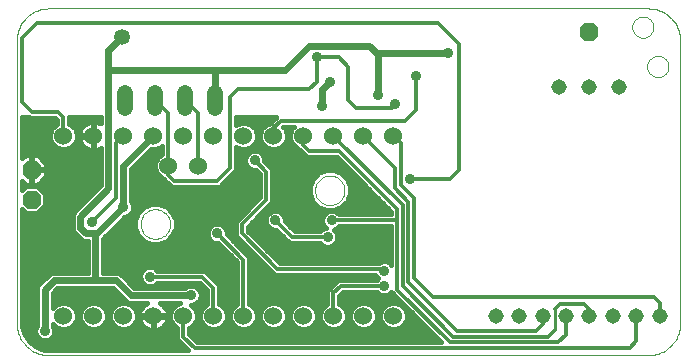
<source format=gbl>
G75*
%MOIN*%
%OFA0B0*%
%FSLAX24Y24*%
%IPPOS*%
%LPD*%
%AMOC8*
5,1,8,0,0,1.08239X$1,22.5*
%
%ADD10C,0.0000*%
%ADD11C,0.0001*%
%ADD12C,0.0515*%
%ADD13C,0.0600*%
%ADD14OC8,0.0630*%
%ADD15C,0.0520*%
%ADD16C,0.0356*%
%ADD17C,0.0240*%
%ADD18C,0.0120*%
%ADD19C,0.0160*%
%ADD20C,0.0100*%
%ADD21C,0.0531*%
D10*
X001305Y000180D02*
X021305Y000180D01*
X022368Y001243D02*
X022368Y010680D01*
X020764Y011118D02*
X020766Y011155D01*
X020772Y011192D01*
X020781Y011227D01*
X020795Y011262D01*
X020811Y011295D01*
X020832Y011326D01*
X020855Y011355D01*
X020881Y011381D01*
X020910Y011404D01*
X020941Y011425D01*
X020974Y011441D01*
X021009Y011455D01*
X021044Y011464D01*
X021081Y011470D01*
X021118Y011472D01*
X021155Y011470D01*
X021192Y011464D01*
X021227Y011455D01*
X021262Y011441D01*
X021295Y011425D01*
X021326Y011404D01*
X021355Y011381D01*
X021381Y011355D01*
X021404Y011326D01*
X021425Y011295D01*
X021441Y011262D01*
X021455Y011227D01*
X021464Y011192D01*
X021470Y011155D01*
X021472Y011118D01*
X021470Y011081D01*
X021464Y011044D01*
X021455Y011009D01*
X021441Y010974D01*
X021425Y010941D01*
X021404Y010910D01*
X021381Y010881D01*
X021355Y010855D01*
X021326Y010832D01*
X021295Y010811D01*
X021262Y010795D01*
X021227Y010781D01*
X021192Y010772D01*
X021155Y010766D01*
X021118Y010764D01*
X021081Y010766D01*
X021044Y010772D01*
X021009Y010781D01*
X020974Y010795D01*
X020941Y010811D01*
X020910Y010832D01*
X020881Y010855D01*
X020855Y010881D01*
X020832Y010910D01*
X020811Y010941D01*
X020795Y010974D01*
X020781Y011009D01*
X020772Y011044D01*
X020766Y011081D01*
X020764Y011118D01*
X021305Y011743D02*
X001305Y011743D01*
X000243Y010680D02*
X000243Y001243D01*
X004376Y004555D02*
X004378Y004599D01*
X004384Y004643D01*
X004394Y004686D01*
X004407Y004728D01*
X004425Y004768D01*
X004446Y004807D01*
X004470Y004844D01*
X004497Y004879D01*
X004528Y004911D01*
X004561Y004940D01*
X004597Y004966D01*
X004635Y004988D01*
X004675Y005007D01*
X004716Y005023D01*
X004759Y005035D01*
X004802Y005043D01*
X004846Y005047D01*
X004890Y005047D01*
X004934Y005043D01*
X004977Y005035D01*
X005020Y005023D01*
X005061Y005007D01*
X005101Y004988D01*
X005139Y004966D01*
X005175Y004940D01*
X005208Y004911D01*
X005239Y004879D01*
X005266Y004844D01*
X005290Y004807D01*
X005311Y004768D01*
X005329Y004728D01*
X005342Y004686D01*
X005352Y004643D01*
X005358Y004599D01*
X005360Y004555D01*
X005358Y004511D01*
X005352Y004467D01*
X005342Y004424D01*
X005329Y004382D01*
X005311Y004342D01*
X005290Y004303D01*
X005266Y004266D01*
X005239Y004231D01*
X005208Y004199D01*
X005175Y004170D01*
X005139Y004144D01*
X005101Y004122D01*
X005061Y004103D01*
X005020Y004087D01*
X004977Y004075D01*
X004934Y004067D01*
X004890Y004063D01*
X004846Y004063D01*
X004802Y004067D01*
X004759Y004075D01*
X004716Y004087D01*
X004675Y004103D01*
X004635Y004122D01*
X004597Y004144D01*
X004561Y004170D01*
X004528Y004199D01*
X004497Y004231D01*
X004470Y004266D01*
X004446Y004303D01*
X004425Y004342D01*
X004407Y004382D01*
X004394Y004424D01*
X004384Y004467D01*
X004378Y004511D01*
X004376Y004555D01*
X010188Y005680D02*
X010190Y005724D01*
X010196Y005768D01*
X010206Y005811D01*
X010219Y005853D01*
X010237Y005893D01*
X010258Y005932D01*
X010282Y005969D01*
X010309Y006004D01*
X010340Y006036D01*
X010373Y006065D01*
X010409Y006091D01*
X010447Y006113D01*
X010487Y006132D01*
X010528Y006148D01*
X010571Y006160D01*
X010614Y006168D01*
X010658Y006172D01*
X010702Y006172D01*
X010746Y006168D01*
X010789Y006160D01*
X010832Y006148D01*
X010873Y006132D01*
X010913Y006113D01*
X010951Y006091D01*
X010987Y006065D01*
X011020Y006036D01*
X011051Y006004D01*
X011078Y005969D01*
X011102Y005932D01*
X011123Y005893D01*
X011141Y005853D01*
X011154Y005811D01*
X011164Y005768D01*
X011170Y005724D01*
X011172Y005680D01*
X011170Y005636D01*
X011164Y005592D01*
X011154Y005549D01*
X011141Y005507D01*
X011123Y005467D01*
X011102Y005428D01*
X011078Y005391D01*
X011051Y005356D01*
X011020Y005324D01*
X010987Y005295D01*
X010951Y005269D01*
X010913Y005247D01*
X010873Y005228D01*
X010832Y005212D01*
X010789Y005200D01*
X010746Y005192D01*
X010702Y005188D01*
X010658Y005188D01*
X010614Y005192D01*
X010571Y005200D01*
X010528Y005212D01*
X010487Y005228D01*
X010447Y005247D01*
X010409Y005269D01*
X010373Y005295D01*
X010340Y005324D01*
X010309Y005356D01*
X010282Y005391D01*
X010258Y005428D01*
X010237Y005467D01*
X010219Y005507D01*
X010206Y005549D01*
X010196Y005592D01*
X010190Y005636D01*
X010188Y005680D01*
X021264Y009805D02*
X021266Y009842D01*
X021272Y009879D01*
X021281Y009914D01*
X021295Y009949D01*
X021311Y009982D01*
X021332Y010013D01*
X021355Y010042D01*
X021381Y010068D01*
X021410Y010091D01*
X021441Y010112D01*
X021474Y010128D01*
X021509Y010142D01*
X021544Y010151D01*
X021581Y010157D01*
X021618Y010159D01*
X021655Y010157D01*
X021692Y010151D01*
X021727Y010142D01*
X021762Y010128D01*
X021795Y010112D01*
X021826Y010091D01*
X021855Y010068D01*
X021881Y010042D01*
X021904Y010013D01*
X021925Y009982D01*
X021941Y009949D01*
X021955Y009914D01*
X021964Y009879D01*
X021970Y009842D01*
X021972Y009805D01*
X021970Y009768D01*
X021964Y009731D01*
X021955Y009696D01*
X021941Y009661D01*
X021925Y009628D01*
X021904Y009597D01*
X021881Y009568D01*
X021855Y009542D01*
X021826Y009519D01*
X021795Y009498D01*
X021762Y009482D01*
X021727Y009468D01*
X021692Y009459D01*
X021655Y009453D01*
X021618Y009451D01*
X021581Y009453D01*
X021544Y009459D01*
X021509Y009468D01*
X021474Y009482D01*
X021441Y009498D01*
X021410Y009519D01*
X021381Y009542D01*
X021355Y009568D01*
X021332Y009597D01*
X021311Y009628D01*
X021295Y009661D01*
X021281Y009696D01*
X021272Y009731D01*
X021266Y009768D01*
X021264Y009805D01*
D11*
X022367Y010680D02*
X022364Y010744D01*
X022357Y010807D01*
X022347Y010870D01*
X022333Y010933D01*
X022315Y010994D01*
X022294Y011054D01*
X022269Y011113D01*
X022241Y011170D01*
X022209Y011226D01*
X022174Y011279D01*
X022136Y011331D01*
X022095Y011380D01*
X022051Y011426D01*
X022005Y011470D01*
X021956Y011511D01*
X021904Y011549D01*
X021851Y011584D01*
X021795Y011616D01*
X021738Y011644D01*
X021679Y011669D01*
X021619Y011690D01*
X021558Y011708D01*
X021495Y011722D01*
X021432Y011732D01*
X021369Y011739D01*
X021305Y011742D01*
X001305Y011742D02*
X001241Y011739D01*
X001178Y011732D01*
X001115Y011722D01*
X001052Y011708D01*
X000991Y011690D01*
X000931Y011669D01*
X000872Y011644D01*
X000815Y011616D01*
X000759Y011584D01*
X000706Y011549D01*
X000654Y011511D01*
X000605Y011470D01*
X000559Y011426D01*
X000515Y011380D01*
X000474Y011331D01*
X000436Y011279D01*
X000401Y011226D01*
X000369Y011170D01*
X000341Y011113D01*
X000316Y011054D01*
X000295Y010994D01*
X000277Y010933D01*
X000263Y010870D01*
X000253Y010807D01*
X000246Y010744D01*
X000243Y010680D01*
X000243Y001242D02*
X000246Y001178D01*
X000253Y001115D01*
X000263Y001052D01*
X000277Y000989D01*
X000295Y000928D01*
X000316Y000868D01*
X000341Y000809D01*
X000369Y000752D01*
X000401Y000696D01*
X000436Y000643D01*
X000474Y000591D01*
X000515Y000542D01*
X000559Y000496D01*
X000605Y000452D01*
X000654Y000411D01*
X000706Y000373D01*
X000759Y000338D01*
X000815Y000306D01*
X000872Y000278D01*
X000931Y000253D01*
X000991Y000232D01*
X001052Y000214D01*
X001115Y000200D01*
X001178Y000190D01*
X001241Y000183D01*
X001305Y000180D01*
X021305Y000180D02*
X021369Y000183D01*
X021432Y000190D01*
X021495Y000200D01*
X021558Y000214D01*
X021619Y000232D01*
X021679Y000253D01*
X021738Y000278D01*
X021795Y000306D01*
X021851Y000338D01*
X021904Y000373D01*
X021956Y000411D01*
X022005Y000452D01*
X022051Y000496D01*
X022095Y000542D01*
X022136Y000591D01*
X022174Y000643D01*
X022209Y000696D01*
X022241Y000752D01*
X022269Y000809D01*
X022294Y000868D01*
X022315Y000928D01*
X022333Y000989D01*
X022347Y001052D01*
X022357Y001115D01*
X022364Y001178D01*
X022367Y001242D01*
D12*
X021680Y001493D03*
X020899Y001493D03*
X020118Y001493D03*
X019336Y001493D03*
X018555Y001493D03*
X017774Y001493D03*
X016993Y001493D03*
X016211Y001493D03*
X018336Y009118D03*
X019336Y009118D03*
X020336Y009118D03*
D13*
X012805Y007493D03*
X011805Y007493D03*
X010805Y007493D03*
X009805Y007493D03*
X008805Y007493D03*
X007805Y007493D03*
X006805Y007493D03*
X005805Y007493D03*
X004805Y007493D03*
X003805Y007493D03*
X002805Y007493D03*
X001805Y007493D03*
X005305Y006493D03*
X006305Y006493D03*
X005805Y001493D03*
X004805Y001493D03*
X003805Y001493D03*
X002805Y001493D03*
X001805Y001493D03*
X006805Y001493D03*
X007805Y001493D03*
X008805Y001493D03*
X009805Y001493D03*
X010805Y001493D03*
X011805Y001493D03*
X012805Y001493D03*
D14*
X000743Y005368D03*
X000743Y006368D03*
X019336Y010961D03*
D15*
X006868Y008940D02*
X006868Y008420D01*
X005868Y008420D02*
X005868Y008940D01*
X004868Y008940D02*
X004868Y008420D01*
X003868Y008420D02*
X003868Y008940D01*
D16*
X001368Y007930D03*
X001118Y007680D03*
X000868Y007930D03*
X000555Y007680D03*
X004555Y006430D03*
X003805Y005118D03*
X002743Y004618D03*
X001805Y004368D03*
X000618Y003618D03*
X001618Y003368D03*
X000743Y002868D03*
X002305Y002180D03*
X000680Y001555D03*
X001180Y000993D03*
X004680Y002805D03*
X006055Y002180D03*
X007305Y001055D03*
X009305Y001055D03*
X011305Y001055D03*
X013430Y001305D03*
X012493Y002493D03*
X012493Y002993D03*
X010868Y003743D03*
X010618Y004118D03*
X010743Y004680D03*
X008868Y004680D03*
X008305Y004368D03*
X006930Y004243D03*
X007993Y005243D03*
X008180Y006680D03*
X010430Y008493D03*
X010680Y009305D03*
X010243Y010118D03*
X012305Y008868D03*
X012868Y008555D03*
X013555Y009493D03*
X014618Y010243D03*
X013368Y006055D03*
X010555Y002618D03*
D17*
X006055Y002180D02*
X004055Y002180D01*
X003555Y002680D01*
X002868Y002680D01*
X002868Y004243D01*
X002555Y004243D01*
X002368Y004430D01*
X002368Y004805D01*
X003305Y005743D01*
X003305Y009680D01*
X006868Y009680D01*
X009180Y009680D01*
X009993Y010493D01*
X011993Y010493D01*
X012243Y010243D01*
X012305Y010243D01*
X012305Y008868D01*
X010680Y009305D02*
X010430Y009055D01*
X010430Y008493D01*
X012305Y010243D02*
X014618Y010243D01*
X006868Y009680D02*
X006868Y008680D01*
X004805Y007493D02*
X003805Y006493D01*
X003805Y005118D01*
X002930Y004243D01*
X002868Y004243D01*
X002868Y002680D02*
X001493Y002680D01*
X001180Y002368D01*
X001180Y000993D01*
X003305Y009680D02*
X003305Y010368D01*
X003743Y010805D01*
D18*
X000930Y011243D02*
X014305Y011243D01*
X014993Y010555D01*
X014993Y006368D01*
X014680Y006055D01*
X013368Y006055D01*
X013055Y005868D02*
X013055Y007243D01*
X012805Y007493D01*
X013180Y007993D02*
X009055Y007993D01*
X008805Y007743D01*
X008805Y007493D01*
X009805Y007493D02*
X009805Y007180D01*
X009993Y006993D01*
X010993Y006993D01*
X012930Y005055D01*
X012930Y004680D01*
X010743Y004680D01*
X010618Y004118D02*
X009430Y004118D01*
X008868Y004680D01*
X008305Y004368D02*
X008930Y003743D01*
X010868Y003743D01*
X012430Y003055D02*
X008930Y003055D01*
X007743Y004243D01*
X007743Y004555D01*
X008555Y005368D01*
X008555Y006305D01*
X008180Y006680D01*
X007368Y006430D02*
X007368Y008805D01*
X007618Y009055D01*
X009993Y009055D01*
X010243Y009305D01*
X010243Y010118D01*
X010993Y010118D01*
X011305Y009805D01*
X011305Y008680D01*
X011555Y008430D01*
X012743Y008430D01*
X012868Y008555D01*
X013180Y007993D02*
X013555Y008368D01*
X013555Y009493D01*
X011805Y007493D02*
X012868Y006430D01*
X012868Y005743D01*
X013305Y005305D01*
X013305Y002618D01*
X014930Y000993D01*
X017555Y000993D01*
X017774Y001211D01*
X017774Y001493D01*
X018180Y001711D02*
X018368Y001899D01*
X019149Y001899D01*
X019336Y001711D01*
X019336Y001493D01*
X018555Y001493D02*
X018555Y000868D01*
X018305Y000618D01*
X014680Y000618D01*
X012930Y002368D01*
X012930Y004680D01*
X013118Y005180D02*
X013118Y002493D01*
X014805Y000805D01*
X017961Y000805D01*
X018180Y001024D01*
X020680Y000430D02*
X006180Y000430D01*
X005805Y000805D01*
X005805Y001493D01*
X006805Y001493D02*
X006805Y002430D01*
X006430Y002805D01*
X004680Y002805D01*
X006930Y004243D02*
X007805Y003368D01*
X007805Y001493D01*
X010805Y001493D02*
X010805Y002243D01*
X011055Y002493D01*
X012493Y002493D01*
X012493Y002993D02*
X012430Y003055D01*
X013493Y002743D02*
X014118Y002118D01*
X021493Y002118D01*
X021680Y001930D01*
X021680Y001493D01*
X020899Y001493D02*
X020899Y000649D01*
X020680Y000430D01*
X013493Y002743D02*
X013493Y005430D01*
X013055Y005868D01*
X013118Y005180D02*
X010805Y007493D01*
X007368Y006430D02*
X006930Y005993D01*
X005493Y005993D01*
X005305Y006180D01*
X005305Y006493D01*
X005305Y008243D01*
X004868Y008680D01*
X005868Y008680D02*
X006305Y008243D01*
X006305Y006493D01*
X003805Y007493D02*
X003555Y007243D01*
X003555Y005430D01*
X002743Y004618D01*
X002430Y006368D02*
X000743Y006368D01*
X002430Y006368D02*
X002805Y006743D01*
X002805Y007493D01*
X001805Y007493D02*
X001805Y008118D01*
X001618Y008305D01*
X000743Y008305D01*
X000430Y008618D01*
X000430Y010743D01*
X000930Y011243D01*
D19*
X000686Y000623D02*
X000908Y000460D01*
X001170Y000373D01*
X001307Y000360D01*
X005967Y000360D01*
X005605Y000722D01*
X005605Y001099D01*
X005556Y001119D01*
X005432Y001243D01*
X005365Y001405D01*
X005365Y001580D01*
X005432Y001742D01*
X005556Y001866D01*
X005687Y001920D01*
X005023Y001920D01*
X005057Y001903D01*
X005118Y001859D01*
X005171Y001805D01*
X005216Y001744D01*
X005250Y001677D01*
X005273Y001605D01*
X005285Y001530D01*
X005285Y001513D01*
X004825Y001513D01*
X004825Y001472D01*
X004825Y001013D01*
X004843Y001013D01*
X004917Y001024D01*
X004989Y001048D01*
X005057Y001082D01*
X005118Y001126D01*
X005171Y001180D01*
X005216Y001241D01*
X005250Y001308D01*
X005273Y001380D01*
X005285Y001455D01*
X005285Y001472D01*
X004825Y001472D01*
X004785Y001472D01*
X004785Y001013D01*
X004767Y001013D01*
X004693Y001024D01*
X004621Y001048D01*
X004553Y001082D01*
X004492Y001126D01*
X004439Y001180D01*
X004394Y001241D01*
X004360Y001308D01*
X004337Y001380D01*
X004325Y001455D01*
X004325Y001472D01*
X004785Y001472D01*
X004785Y001513D01*
X004325Y001513D01*
X004325Y001530D01*
X004337Y001605D01*
X004360Y001677D01*
X004394Y001744D01*
X004439Y001805D01*
X004492Y001859D01*
X004553Y001903D01*
X004587Y001920D01*
X004003Y001920D01*
X003908Y001960D01*
X003447Y002420D01*
X001600Y002420D01*
X001440Y002260D01*
X001440Y001750D01*
X001556Y001866D01*
X001717Y001932D01*
X001893Y001932D01*
X002054Y001866D01*
X002178Y001742D01*
X002245Y001580D01*
X002245Y001405D01*
X002178Y001243D01*
X002054Y001119D01*
X001893Y001053D01*
X001717Y001053D01*
X001556Y001119D01*
X001440Y001235D01*
X001440Y001182D01*
X001450Y001173D01*
X001498Y001056D01*
X001498Y000929D01*
X001450Y000812D01*
X001360Y000723D01*
X001243Y000674D01*
X001117Y000674D01*
X001000Y000723D01*
X000910Y000812D01*
X000862Y000929D01*
X000862Y001056D01*
X000910Y001173D01*
X000920Y001182D01*
X000920Y002419D01*
X000960Y002515D01*
X001033Y002588D01*
X001033Y002588D01*
X001345Y002900D01*
X001441Y002940D01*
X002608Y002940D01*
X002608Y003983D01*
X002503Y003983D01*
X002408Y004022D01*
X002147Y004283D01*
X002108Y004378D01*
X002108Y004857D01*
X002147Y004952D01*
X002220Y005025D01*
X003045Y005850D01*
X003045Y007076D01*
X002989Y007048D01*
X002917Y007024D01*
X002843Y007013D01*
X002825Y007013D01*
X002825Y007472D01*
X002785Y007472D01*
X002785Y007013D01*
X002767Y007013D01*
X002693Y007024D01*
X002621Y007048D01*
X002553Y007082D01*
X002492Y007126D01*
X002439Y007180D01*
X002394Y007241D01*
X002360Y007308D01*
X002337Y007380D01*
X002325Y007455D01*
X002325Y007472D01*
X002785Y007472D01*
X002785Y007513D01*
X002785Y007972D01*
X002767Y007972D01*
X002693Y007961D01*
X002621Y007937D01*
X002553Y007903D01*
X002492Y007859D01*
X002439Y007805D01*
X002394Y007744D01*
X002360Y007677D01*
X002337Y007605D01*
X002325Y007530D01*
X002325Y007513D01*
X002785Y007513D01*
X002825Y007513D01*
X002825Y007972D01*
X002843Y007972D01*
X002917Y007961D01*
X002989Y007937D01*
X003045Y007909D01*
X003045Y008118D01*
X002005Y008118D01*
X002005Y007886D01*
X002054Y007866D01*
X002178Y007742D01*
X002245Y007580D01*
X002245Y007405D01*
X002178Y007243D01*
X002054Y007119D01*
X001893Y007053D01*
X001717Y007053D01*
X001556Y007119D01*
X001432Y007243D01*
X001365Y007405D01*
X001365Y007580D01*
X001432Y007742D01*
X001556Y007866D01*
X001605Y007886D01*
X001605Y008035D01*
X001535Y008105D01*
X000660Y008105D01*
X000647Y008118D01*
X000422Y008118D01*
X000422Y006748D01*
X000537Y006862D01*
X000732Y006862D01*
X000732Y006378D01*
X000753Y006378D01*
X000753Y006862D01*
X000948Y006862D01*
X001237Y006573D01*
X001237Y006378D01*
X000753Y006378D01*
X000753Y006357D01*
X001237Y006357D01*
X001237Y006162D01*
X000948Y005873D01*
X000753Y005873D01*
X000753Y006357D01*
X000732Y006357D01*
X000732Y005873D01*
X000537Y005873D01*
X000422Y005987D01*
X000422Y005691D01*
X000554Y005822D01*
X000931Y005822D01*
X001197Y005556D01*
X001197Y005179D01*
X000931Y004913D01*
X000554Y004913D01*
X000422Y005044D01*
X000422Y001245D01*
X000435Y001107D01*
X000523Y000846D01*
X000686Y000623D01*
X000662Y000656D02*
X005672Y000656D01*
X005605Y000814D02*
X001450Y000814D01*
X001498Y000973D02*
X005605Y000973D01*
X005544Y001131D02*
X005122Y001131D01*
X005240Y001290D02*
X005413Y001290D01*
X005365Y001448D02*
X005284Y001448D01*
X005273Y001607D02*
X005376Y001607D01*
X005455Y001765D02*
X005200Y001765D01*
X004825Y001448D02*
X004785Y001448D01*
X004337Y001607D02*
X004234Y001607D01*
X004245Y001580D02*
X004178Y001742D01*
X004054Y001866D01*
X003893Y001932D01*
X003717Y001932D01*
X003556Y001866D01*
X003432Y001742D01*
X003365Y001580D01*
X003365Y001405D01*
X003432Y001243D01*
X003556Y001119D01*
X003717Y001053D01*
X003893Y001053D01*
X004054Y001119D01*
X004178Y001243D01*
X004245Y001405D01*
X004245Y001580D01*
X004245Y001448D02*
X004326Y001448D01*
X004370Y001290D02*
X004197Y001290D01*
X004066Y001131D02*
X004488Y001131D01*
X004785Y001131D02*
X004825Y001131D01*
X004825Y001290D02*
X004785Y001290D01*
X004410Y001765D02*
X004155Y001765D01*
X003995Y001924D02*
X003914Y001924D01*
X003785Y002082D02*
X001440Y002082D01*
X001440Y001924D02*
X001696Y001924D01*
X001914Y001924D02*
X002696Y001924D01*
X002717Y001932D02*
X002556Y001866D01*
X002432Y001742D01*
X002365Y001580D01*
X002365Y001405D01*
X002432Y001243D01*
X002556Y001119D01*
X002717Y001053D01*
X002893Y001053D01*
X003054Y001119D01*
X003178Y001243D01*
X003245Y001405D01*
X003245Y001580D01*
X003178Y001742D01*
X003054Y001866D01*
X002893Y001932D01*
X002717Y001932D01*
X002914Y001924D02*
X003696Y001924D01*
X003455Y001765D02*
X003155Y001765D01*
X003234Y001607D02*
X003376Y001607D01*
X003365Y001448D02*
X003245Y001448D01*
X003197Y001290D02*
X003413Y001290D01*
X003544Y001131D02*
X003066Y001131D01*
X002544Y001131D02*
X002066Y001131D01*
X002197Y001290D02*
X002413Y001290D01*
X002365Y001448D02*
X002245Y001448D01*
X002234Y001607D02*
X002376Y001607D01*
X002455Y001765D02*
X002155Y001765D01*
X001455Y001765D02*
X001440Y001765D01*
X000920Y001765D02*
X000422Y001765D01*
X000422Y001607D02*
X000920Y001607D01*
X000920Y001448D02*
X000422Y001448D01*
X000422Y001290D02*
X000920Y001290D01*
X000893Y001131D02*
X000433Y001131D01*
X000480Y000973D02*
X000862Y000973D01*
X000910Y000814D02*
X000546Y000814D01*
X000858Y000497D02*
X005830Y000497D01*
X006079Y000814D02*
X014201Y000814D01*
X014359Y000656D02*
X006237Y000656D01*
X006263Y000630D02*
X006005Y000888D01*
X006005Y001099D01*
X006054Y001119D01*
X006178Y001243D01*
X006245Y001405D01*
X006245Y001580D01*
X006178Y001742D01*
X006058Y001862D01*
X006118Y001862D01*
X006235Y001910D01*
X006325Y002000D01*
X006373Y002117D01*
X006373Y002243D01*
X006325Y002360D01*
X006235Y002450D01*
X006118Y002498D01*
X005992Y002498D01*
X005875Y002450D01*
X005865Y002440D01*
X004163Y002440D01*
X003775Y002827D01*
X003775Y002827D01*
X003702Y002900D01*
X003607Y002940D01*
X003127Y002940D01*
X003127Y004072D01*
X003150Y004095D01*
X003855Y004799D01*
X003868Y004799D01*
X003985Y004848D01*
X004075Y004937D01*
X004123Y005054D01*
X004123Y005181D01*
X004075Y005298D01*
X004065Y005307D01*
X004065Y006385D01*
X004733Y007053D01*
X004893Y007053D01*
X005054Y007119D01*
X005105Y007170D01*
X005105Y006886D01*
X005056Y006866D01*
X004932Y006742D01*
X004865Y006580D01*
X004865Y006405D01*
X004932Y006243D01*
X005056Y006119D01*
X005105Y006099D01*
X005105Y006097D01*
X005410Y005793D01*
X007013Y005793D01*
X007130Y005910D01*
X007567Y006347D01*
X007567Y007115D01*
X007717Y007053D01*
X007893Y007053D01*
X008054Y007119D01*
X008178Y007243D01*
X008245Y007405D01*
X008245Y007580D01*
X008178Y007742D01*
X008054Y007866D01*
X007893Y007932D01*
X007717Y007932D01*
X007567Y007870D01*
X007567Y008118D01*
X008897Y008118D01*
X008722Y007942D01*
X008708Y007929D01*
X008556Y007866D01*
X008432Y007742D01*
X008365Y007580D01*
X008365Y007405D01*
X008432Y007243D01*
X008556Y007119D01*
X008717Y007053D01*
X008893Y007053D01*
X009054Y007119D01*
X009178Y007243D01*
X009245Y007405D01*
X009245Y007580D01*
X009178Y007742D01*
X009133Y007787D01*
X009138Y007793D01*
X009483Y007793D01*
X009432Y007742D01*
X009365Y007580D01*
X009365Y007405D01*
X009432Y007243D01*
X009556Y007119D01*
X009605Y007099D01*
X009605Y007097D01*
X009722Y006980D01*
X009910Y006793D01*
X010910Y006793D01*
X012730Y004972D01*
X012730Y004880D01*
X010992Y004880D01*
X010923Y004950D01*
X010806Y004998D01*
X010679Y004998D01*
X010562Y004950D01*
X010473Y004860D01*
X010424Y004743D01*
X010424Y004617D01*
X010473Y004500D01*
X010542Y004431D01*
X010437Y004387D01*
X010368Y004317D01*
X009513Y004317D01*
X009186Y004645D01*
X009186Y004743D01*
X009137Y004860D01*
X009048Y004950D01*
X008931Y004998D01*
X008804Y004998D01*
X008687Y004950D01*
X008598Y004860D01*
X008549Y004743D01*
X008549Y004617D01*
X008598Y004500D01*
X008687Y004410D01*
X008804Y004362D01*
X008903Y004362D01*
X009230Y004035D01*
X009347Y003918D01*
X010368Y003918D01*
X010437Y003848D01*
X010554Y003799D01*
X010681Y003799D01*
X010798Y003848D01*
X010887Y003937D01*
X010936Y004054D01*
X010936Y004181D01*
X010887Y004298D01*
X010818Y004367D01*
X010923Y004410D01*
X010992Y004480D01*
X012730Y004480D01*
X012730Y003205D01*
X012673Y003262D01*
X012556Y003311D01*
X012429Y003311D01*
X012312Y003262D01*
X012305Y003255D01*
X009013Y003255D01*
X007942Y004325D01*
X007942Y004472D01*
X008638Y005168D01*
X008755Y005285D01*
X008755Y006388D01*
X008498Y006645D01*
X008498Y006743D01*
X008450Y006860D01*
X008360Y006950D01*
X008243Y006998D01*
X008117Y006998D01*
X008000Y006950D01*
X007910Y006860D01*
X007862Y006743D01*
X007862Y006617D01*
X007910Y006500D01*
X008000Y006410D01*
X008117Y006362D01*
X008215Y006362D01*
X008355Y006222D01*
X008355Y005450D01*
X007543Y004638D01*
X007543Y004160D01*
X007660Y004043D01*
X008847Y002855D01*
X012205Y002855D01*
X012223Y002812D01*
X012293Y002742D01*
X012243Y002692D01*
X010972Y002692D01*
X010722Y002442D01*
X010605Y002325D01*
X010605Y001886D01*
X010556Y001866D01*
X010432Y001742D01*
X010365Y001580D01*
X010365Y001405D01*
X010432Y001243D01*
X010556Y001119D01*
X010717Y001053D01*
X010893Y001053D01*
X011054Y001119D01*
X011178Y001243D01*
X011245Y001405D01*
X011245Y001580D01*
X011178Y001742D01*
X011054Y001866D01*
X011005Y001886D01*
X011005Y002160D01*
X011138Y002293D01*
X012243Y002293D01*
X012312Y002223D01*
X012429Y002174D01*
X012556Y002174D01*
X012673Y002223D01*
X012732Y002282D01*
X012847Y002168D01*
X014385Y000630D01*
X006263Y000630D01*
X006005Y000973D02*
X014042Y000973D01*
X013884Y001131D02*
X013066Y001131D01*
X013054Y001119D02*
X013178Y001243D01*
X013245Y001405D01*
X013245Y001580D01*
X013178Y001742D01*
X013054Y001866D01*
X012893Y001932D01*
X012717Y001932D01*
X012556Y001866D01*
X012432Y001742D01*
X012365Y001580D01*
X012365Y001405D01*
X012432Y001243D01*
X012556Y001119D01*
X012717Y001053D01*
X012893Y001053D01*
X013054Y001119D01*
X013197Y001290D02*
X013725Y001290D01*
X013567Y001448D02*
X013245Y001448D01*
X013234Y001607D02*
X013408Y001607D01*
X013250Y001765D02*
X013155Y001765D01*
X013091Y001924D02*
X012914Y001924D01*
X012933Y002082D02*
X011005Y002082D01*
X011005Y001924D02*
X011696Y001924D01*
X011717Y001932D02*
X011556Y001866D01*
X011432Y001742D01*
X011365Y001580D01*
X011365Y001405D01*
X011432Y001243D01*
X011556Y001119D01*
X011717Y001053D01*
X011893Y001053D01*
X012054Y001119D01*
X012178Y001243D01*
X012245Y001405D01*
X012245Y001580D01*
X012178Y001742D01*
X012054Y001866D01*
X011893Y001932D01*
X011717Y001932D01*
X011914Y001924D02*
X012696Y001924D01*
X012455Y001765D02*
X012155Y001765D01*
X012234Y001607D02*
X012376Y001607D01*
X012365Y001448D02*
X012245Y001448D01*
X012197Y001290D02*
X012413Y001290D01*
X012544Y001131D02*
X012066Y001131D01*
X011544Y001131D02*
X011066Y001131D01*
X011197Y001290D02*
X011413Y001290D01*
X011365Y001448D02*
X011245Y001448D01*
X011234Y001607D02*
X011376Y001607D01*
X011455Y001765D02*
X011155Y001765D01*
X010605Y001924D02*
X009914Y001924D01*
X009893Y001932D02*
X009717Y001932D01*
X009556Y001866D01*
X009432Y001742D01*
X009365Y001580D01*
X009365Y001405D01*
X009432Y001243D01*
X009556Y001119D01*
X009717Y001053D01*
X009893Y001053D01*
X010054Y001119D01*
X010178Y001243D01*
X010245Y001405D01*
X010245Y001580D01*
X010178Y001742D01*
X010054Y001866D01*
X009893Y001932D01*
X009696Y001924D02*
X008914Y001924D01*
X008893Y001932D02*
X009054Y001866D01*
X009178Y001742D01*
X009245Y001580D01*
X009245Y001405D01*
X009178Y001243D01*
X009054Y001119D01*
X008893Y001053D01*
X008717Y001053D01*
X008556Y001119D01*
X008432Y001243D01*
X008365Y001405D01*
X008365Y001580D01*
X008432Y001742D01*
X008556Y001866D01*
X008717Y001932D01*
X008893Y001932D01*
X008696Y001924D02*
X008005Y001924D01*
X008005Y001886D02*
X008005Y003450D01*
X007888Y003567D01*
X007248Y004207D01*
X007248Y004306D01*
X007200Y004423D01*
X007110Y004512D01*
X006993Y004561D01*
X006867Y004561D01*
X006750Y004512D01*
X006660Y004423D01*
X006612Y004306D01*
X006612Y004179D01*
X006660Y004062D01*
X006750Y003973D01*
X006867Y003924D01*
X006965Y003924D01*
X007605Y003285D01*
X007605Y001886D01*
X007556Y001866D01*
X007432Y001742D01*
X007365Y001580D01*
X007365Y001405D01*
X007432Y001243D01*
X007556Y001119D01*
X007717Y001053D01*
X007893Y001053D01*
X008054Y001119D01*
X008178Y001243D01*
X008245Y001405D01*
X008245Y001580D01*
X008178Y001742D01*
X008054Y001866D01*
X008005Y001886D01*
X008155Y001765D02*
X008455Y001765D01*
X008376Y001607D02*
X008234Y001607D01*
X008245Y001448D02*
X008365Y001448D01*
X008413Y001290D02*
X008197Y001290D01*
X008066Y001131D02*
X008544Y001131D01*
X009066Y001131D02*
X009544Y001131D01*
X009413Y001290D02*
X009197Y001290D01*
X009245Y001448D02*
X009365Y001448D01*
X009376Y001607D02*
X009234Y001607D01*
X009155Y001765D02*
X009455Y001765D01*
X010155Y001765D02*
X010455Y001765D01*
X010376Y001607D02*
X010234Y001607D01*
X010245Y001448D02*
X010365Y001448D01*
X010413Y001290D02*
X010197Y001290D01*
X010066Y001131D02*
X010544Y001131D01*
X010605Y002082D02*
X008005Y002082D01*
X008005Y002241D02*
X010605Y002241D01*
X010679Y002399D02*
X008005Y002399D01*
X008005Y002558D02*
X010837Y002558D01*
X011086Y002241D02*
X012295Y002241D01*
X012690Y002241D02*
X012774Y002241D01*
X012266Y002716D02*
X008005Y002716D01*
X008005Y002875D02*
X008828Y002875D01*
X008669Y003033D02*
X008005Y003033D01*
X008005Y003192D02*
X008511Y003192D01*
X008352Y003350D02*
X008005Y003350D01*
X007947Y003509D02*
X008194Y003509D01*
X008035Y003667D02*
X007788Y003667D01*
X007877Y003826D02*
X007630Y003826D01*
X007718Y003984D02*
X007471Y003984D01*
X007560Y004143D02*
X007313Y004143D01*
X007248Y004301D02*
X007543Y004301D01*
X007543Y004460D02*
X007163Y004460D01*
X007543Y004618D02*
X005540Y004618D01*
X005540Y004689D02*
X005540Y004421D01*
X005437Y004174D01*
X005248Y003985D01*
X005001Y003883D01*
X004734Y003883D01*
X004487Y003985D01*
X004298Y004174D01*
X004195Y004421D01*
X004195Y004689D01*
X004298Y004936D01*
X004487Y005125D01*
X004734Y005227D01*
X005001Y005227D01*
X005248Y005125D01*
X005437Y004936D01*
X005540Y004689D01*
X005503Y004777D02*
X007681Y004777D01*
X007840Y004935D02*
X005438Y004935D01*
X005280Y005094D02*
X007998Y005094D01*
X008157Y005252D02*
X004094Y005252D01*
X004065Y005411D02*
X008315Y005411D01*
X008355Y005569D02*
X004065Y005569D01*
X004065Y005728D02*
X008355Y005728D01*
X008355Y005886D02*
X007106Y005886D01*
X007265Y006045D02*
X008355Y006045D01*
X008355Y006203D02*
X007423Y006203D01*
X007567Y006362D02*
X008216Y006362D01*
X007902Y006520D02*
X007567Y006520D01*
X007567Y006679D02*
X007862Y006679D01*
X007901Y006837D02*
X007567Y006837D01*
X007567Y006996D02*
X008110Y006996D01*
X008250Y006996D02*
X009707Y006996D01*
X009521Y007154D02*
X009089Y007154D01*
X009207Y007313D02*
X009403Y007313D01*
X009365Y007471D02*
X009245Y007471D01*
X009224Y007630D02*
X009386Y007630D01*
X009478Y007788D02*
X009133Y007788D01*
X008726Y007947D02*
X007567Y007947D01*
X007567Y008105D02*
X008885Y008105D01*
X008478Y007788D02*
X008132Y007788D01*
X008224Y007630D02*
X008386Y007630D01*
X008365Y007471D02*
X008245Y007471D01*
X008207Y007313D02*
X008403Y007313D01*
X008521Y007154D02*
X008089Y007154D01*
X008459Y006837D02*
X009865Y006837D01*
X010299Y006250D02*
X010546Y006352D01*
X010814Y006352D01*
X011061Y006250D01*
X011250Y006061D01*
X011352Y005814D01*
X011352Y005546D01*
X011250Y005299D01*
X011061Y005110D01*
X010814Y005008D01*
X010546Y005008D01*
X010299Y005110D01*
X010110Y005299D01*
X010008Y005546D01*
X010008Y005814D01*
X010110Y006061D01*
X010299Y006250D01*
X010252Y006203D02*
X008755Y006203D01*
X008755Y006045D02*
X010103Y006045D01*
X010038Y005886D02*
X008755Y005886D01*
X008755Y005728D02*
X010008Y005728D01*
X010008Y005569D02*
X008755Y005569D01*
X008755Y005411D02*
X010064Y005411D01*
X010157Y005252D02*
X008722Y005252D01*
X008564Y005094D02*
X010340Y005094D01*
X010548Y004935D02*
X009062Y004935D01*
X009172Y004777D02*
X010438Y004777D01*
X010424Y004618D02*
X009212Y004618D01*
X009371Y004460D02*
X010513Y004460D01*
X010884Y004301D02*
X012730Y004301D01*
X012730Y004460D02*
X010972Y004460D01*
X010936Y004143D02*
X012730Y004143D01*
X012730Y003984D02*
X010907Y003984D01*
X010744Y003826D02*
X012730Y003826D01*
X012730Y003667D02*
X008601Y003667D01*
X008759Y003509D02*
X012730Y003509D01*
X012730Y003350D02*
X008918Y003350D01*
X008442Y003826D02*
X010491Y003826D01*
X009281Y003984D02*
X008284Y003984D01*
X008125Y004143D02*
X009122Y004143D01*
X008964Y004301D02*
X007967Y004301D01*
X007942Y004460D02*
X008638Y004460D01*
X008549Y004618D02*
X008088Y004618D01*
X008247Y004777D02*
X008563Y004777D01*
X008673Y004935D02*
X008405Y004935D01*
X006697Y004460D02*
X005540Y004460D01*
X005490Y004301D02*
X006612Y004301D01*
X006627Y004143D02*
X005406Y004143D01*
X005245Y003984D02*
X006739Y003984D01*
X007064Y003826D02*
X003127Y003826D01*
X003127Y003984D02*
X004490Y003984D01*
X004329Y004143D02*
X003198Y004143D01*
X003356Y004301D02*
X004245Y004301D01*
X004195Y004460D02*
X003515Y004460D01*
X003673Y004618D02*
X004195Y004618D01*
X004232Y004777D02*
X003832Y004777D01*
X004072Y004935D02*
X004297Y004935D01*
X004455Y005094D02*
X004123Y005094D01*
X004065Y005886D02*
X005316Y005886D01*
X005158Y006045D02*
X004065Y006045D01*
X004065Y006203D02*
X004972Y006203D01*
X004883Y006362D02*
X004065Y006362D01*
X004200Y006520D02*
X004865Y006520D01*
X004906Y006679D02*
X004359Y006679D01*
X004517Y006837D02*
X005027Y006837D01*
X005105Y006996D02*
X004676Y006996D01*
X005089Y007154D02*
X005105Y007154D01*
X003045Y006996D02*
X000422Y006996D01*
X000422Y007154D02*
X001521Y007154D01*
X001403Y007313D02*
X000422Y007313D01*
X000422Y007471D02*
X001365Y007471D01*
X001386Y007630D02*
X000422Y007630D01*
X000422Y007788D02*
X001478Y007788D01*
X001605Y007947D02*
X000422Y007947D01*
X000422Y008105D02*
X000660Y008105D01*
X002005Y008105D02*
X003045Y008105D01*
X003045Y007947D02*
X002961Y007947D01*
X002825Y007947D02*
X002785Y007947D01*
X002649Y007947D02*
X002005Y007947D01*
X002132Y007788D02*
X002426Y007788D01*
X002345Y007630D02*
X002224Y007630D01*
X002245Y007471D02*
X002325Y007471D01*
X002359Y007313D02*
X002207Y007313D01*
X002089Y007154D02*
X002465Y007154D01*
X002785Y007154D02*
X002825Y007154D01*
X002825Y007313D02*
X002785Y007313D01*
X002785Y007471D02*
X002825Y007471D01*
X002825Y007630D02*
X002785Y007630D01*
X002785Y007788D02*
X002825Y007788D01*
X003045Y006837D02*
X000973Y006837D01*
X000753Y006837D02*
X000732Y006837D01*
X000732Y006679D02*
X000753Y006679D01*
X000753Y006520D02*
X000732Y006520D01*
X001132Y006679D02*
X003045Y006679D01*
X003045Y006520D02*
X001237Y006520D01*
X000753Y006362D02*
X003045Y006362D01*
X003045Y006203D02*
X001237Y006203D01*
X001120Y006045D02*
X003045Y006045D01*
X003045Y005886D02*
X000961Y005886D01*
X001026Y005728D02*
X002922Y005728D01*
X002764Y005569D02*
X001184Y005569D01*
X001197Y005411D02*
X002605Y005411D01*
X002447Y005252D02*
X001197Y005252D01*
X001112Y005094D02*
X002288Y005094D01*
X002140Y004935D02*
X000953Y004935D01*
X000532Y004935D02*
X000422Y004935D01*
X000422Y004777D02*
X002108Y004777D01*
X002108Y004618D02*
X000422Y004618D01*
X000422Y004460D02*
X002108Y004460D01*
X002140Y004301D02*
X000422Y004301D01*
X000422Y004143D02*
X002287Y004143D01*
X002500Y003984D02*
X000422Y003984D01*
X000422Y003826D02*
X002608Y003826D01*
X002608Y003667D02*
X000422Y003667D01*
X000422Y003509D02*
X002608Y003509D01*
X002608Y003350D02*
X000422Y003350D01*
X000422Y003192D02*
X002608Y003192D01*
X002608Y003033D02*
X000422Y003033D01*
X000422Y002875D02*
X001319Y002875D01*
X001161Y002716D02*
X000422Y002716D01*
X000422Y002558D02*
X001002Y002558D01*
X000920Y002399D02*
X000422Y002399D01*
X000422Y002241D02*
X000920Y002241D01*
X000920Y002082D02*
X000422Y002082D01*
X000422Y001924D02*
X000920Y001924D01*
X001440Y002241D02*
X003627Y002241D01*
X003468Y002399D02*
X001579Y002399D01*
X003127Y003033D02*
X004458Y003033D01*
X004500Y003075D02*
X004410Y002985D01*
X004362Y002868D01*
X004362Y002742D01*
X004410Y002625D01*
X004500Y002535D01*
X004617Y002487D01*
X004743Y002487D01*
X004860Y002535D01*
X004930Y002605D01*
X006347Y002605D01*
X006605Y002347D01*
X006605Y001886D01*
X006556Y001866D01*
X006432Y001742D01*
X006365Y001580D01*
X006365Y001405D01*
X006432Y001243D01*
X006556Y001119D01*
X006717Y001053D01*
X006893Y001053D01*
X007054Y001119D01*
X007178Y001243D01*
X007245Y001405D01*
X007245Y001580D01*
X007178Y001742D01*
X007054Y001866D01*
X007005Y001886D01*
X007005Y002513D01*
X006888Y002630D01*
X006513Y003005D01*
X004930Y003005D01*
X004860Y003075D01*
X004743Y003123D01*
X004617Y003123D01*
X004500Y003075D01*
X004364Y002875D02*
X003728Y002875D01*
X003887Y002716D02*
X004373Y002716D01*
X004478Y002558D02*
X004045Y002558D01*
X004882Y002558D02*
X006395Y002558D01*
X006286Y002399D02*
X006553Y002399D01*
X006605Y002241D02*
X006373Y002241D01*
X006359Y002082D02*
X006605Y002082D01*
X006605Y001924D02*
X006248Y001924D01*
X006155Y001765D02*
X006455Y001765D01*
X006376Y001607D02*
X006234Y001607D01*
X006245Y001448D02*
X006365Y001448D01*
X006413Y001290D02*
X006197Y001290D01*
X006066Y001131D02*
X006544Y001131D01*
X007066Y001131D02*
X007544Y001131D01*
X007413Y001290D02*
X007197Y001290D01*
X007245Y001448D02*
X007365Y001448D01*
X007376Y001607D02*
X007234Y001607D01*
X007155Y001765D02*
X007455Y001765D01*
X007605Y001924D02*
X007005Y001924D01*
X007005Y002082D02*
X007605Y002082D01*
X007605Y002241D02*
X007005Y002241D01*
X007005Y002399D02*
X007605Y002399D01*
X007605Y002558D02*
X006960Y002558D01*
X006802Y002716D02*
X007605Y002716D01*
X007605Y002875D02*
X006643Y002875D01*
X007605Y003033D02*
X004902Y003033D01*
X003127Y003192D02*
X007605Y003192D01*
X007540Y003350D02*
X003127Y003350D01*
X003127Y003509D02*
X007381Y003509D01*
X007223Y003667D02*
X003127Y003667D01*
X000459Y005728D02*
X000422Y005728D01*
X000422Y005886D02*
X000524Y005886D01*
X000732Y005886D02*
X000753Y005886D01*
X000753Y006045D02*
X000732Y006045D01*
X000732Y006203D02*
X000753Y006203D01*
X000512Y006837D02*
X000422Y006837D01*
X008498Y006679D02*
X011024Y006679D01*
X011182Y006520D02*
X008623Y006520D01*
X008755Y006362D02*
X011341Y006362D01*
X011499Y006203D02*
X011108Y006203D01*
X011257Y006045D02*
X011658Y006045D01*
X011816Y005886D02*
X011322Y005886D01*
X011352Y005728D02*
X011975Y005728D01*
X012133Y005569D02*
X011352Y005569D01*
X011296Y005411D02*
X012292Y005411D01*
X012450Y005252D02*
X011203Y005252D01*
X011020Y005094D02*
X012609Y005094D01*
X012730Y004935D02*
X010937Y004935D01*
X001544Y001131D02*
X001467Y001131D01*
D20*
X018180Y001024D02*
X018180Y001711D01*
D21*
X003743Y010805D03*
M02*

</source>
